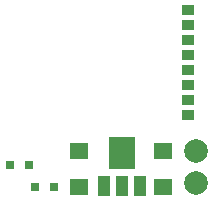
<source format=gbp>
G04 Layer_Color=128*
%FSLAX25Y25*%
%MOIN*%
G70*
G01*
G75*
%ADD17C,0.07874*%
%ADD18R,0.06299X0.05512*%
%ADD32R,0.03937X0.03201*%
%ADD33R,0.03150X0.03150*%
%ADD34R,0.04000X0.07000*%
%ADD35R,0.08661X0.11024*%
G54D17*
X76000Y6000D02*
D03*
Y16500D02*
D03*
G54D18*
X37000Y4594D02*
D03*
Y16406D02*
D03*
X65000D02*
D03*
Y4594D02*
D03*
G54D32*
X73083Y28701D02*
D03*
Y33701D02*
D03*
Y38701D02*
D03*
Y43701D02*
D03*
Y48701D02*
D03*
Y53701D02*
D03*
Y58701D02*
D03*
Y63701D02*
D03*
G54D33*
X20150Y12000D02*
D03*
X13850D02*
D03*
X22350Y4500D02*
D03*
X28650D02*
D03*
G54D34*
X57350Y5000D02*
D03*
X51350D02*
D03*
X45350D02*
D03*
G54D35*
X51350Y16000D02*
D03*
M02*

</source>
